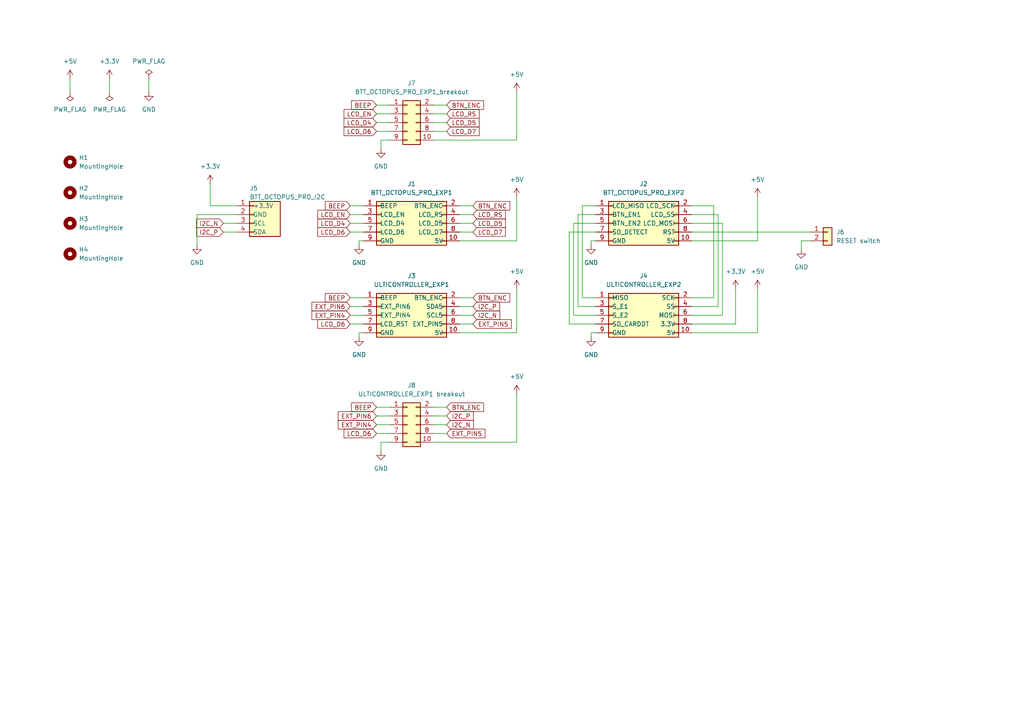
<source format=kicad_sch>
(kicad_sch (version 20211123) (generator eeschema)
  (paper "A4")
  (lib_symbols
    (symbol "Conn_02x05_Odd_Even_1" (pin_names (offset 1.016))
      (property "Reference" "J1" (at 0 11.43 0))
      (property "Value" "BTT_OCTOPUS_PRO_EXP1" (at 0 8.89 0))
      (symbol "Conn_02x05_Odd_Even_1_1_1"
        (rectangle (start -10.16 -4.953) (end -8.89 -5.207) (stroke (width 0.1524)))
        (rectangle (start -10.16 -2.413) (end -8.89 -2.667) (stroke (width 0.1524)))
        (rectangle (start -10.16 0.127) (end -8.89 -0.127) (stroke (width 0.1524)))
        (rectangle (start -10.16 2.667) (end -8.89 2.413) (stroke (width 0.1524)))
        (rectangle (start -10.16 5.207) (end -8.89 4.953) (stroke (width 0.1524)))
        (rectangle (start -10.16 6.35) (end 10.16 -6.35) (stroke (width 0.254)) (fill (type background)))
        (rectangle (start 10.16 -4.953) (end 8.89 -5.207) (stroke (width 0.1524)))
        (rectangle (start 10.16 -2.413) (end 8.89 -2.667) (stroke (width 0.1524)))
        (rectangle (start 10.16 0.127) (end 8.89 -0.127) (stroke (width 0.1524)))
        (rectangle (start 10.16 2.667) (end 8.89 2.413) (stroke (width 0.1524)))
        (rectangle (start 10.16 5.207) (end 8.89 4.953) (stroke (width 0.1524)))
        (pin bidirectional line (at -13.97 5.08 0) (length 3.81) (name "BEEP") (number "1"))
        (pin power_in line (at 13.97 -5.08 180) (length 3.81) (name "5V") (number "10"))
        (pin bidirectional line (at 13.97 5.08 180) (length 3.81) (name "BTN_ENC") (number "2"))
        (pin bidirectional line (at -13.97 2.54 0) (length 3.81) (name "LCD_EN") (number "3"))
        (pin bidirectional line (at 13.97 2.54 180) (length 3.81) (name "LCD_RS") (number "4"))
        (pin bidirectional line (at -13.97 0 0) (length 3.81) (name "LCD_D4") (number "5"))
        (pin bidirectional line (at 13.97 0 180) (length 3.81) (name "LCD_D5") (number "6"))
        (pin bidirectional line (at -13.97 -2.54 0) (length 3.81) (name "LCD_D6") (number "7"))
        (pin bidirectional line (at 13.97 -2.54 180) (length 3.81) (name "LCD_D7") (number "8"))
        (pin power_in line (at -13.97 -5.08 0) (length 3.81) (name "GND") (number "9"))
      )
    )
    (symbol "Conn_02x05_Odd_Even_2" (pin_names (offset 1.016))
      (property "Reference" "J3" (at 0 11.43 0))
      (property "Value" "ULTICONTROLLER_EXP1" (at 0 8.89 0))
      (symbol "Conn_02x05_Odd_Even_2_1_1"
        (rectangle (start -10.16 -4.953) (end -8.89 -5.207) (stroke (width 0.1524)))
        (rectangle (start -10.16 -2.413) (end -8.89 -2.667) (stroke (width 0.1524)))
        (rectangle (start -10.16 0.127) (end -8.89 -0.127) (stroke (width 0.1524)))
        (rectangle (start -10.16 2.667) (end -8.89 2.413) (stroke (width 0.1524)))
        (rectangle (start -10.16 5.207) (end -8.89 4.953) (stroke (width 0.1524)))
        (rectangle (start -10.16 6.35) (end 10.16 -6.35) (stroke (width 0.254)) (fill (type background)))
        (rectangle (start 10.16 -4.953) (end 8.89 -5.207) (stroke (width 0.1524)))
        (rectangle (start 10.16 -2.413) (end 8.89 -2.667) (stroke (width 0.1524)))
        (rectangle (start 10.16 0.127) (end 8.89 -0.127) (stroke (width 0.1524)))
        (rectangle (start 10.16 2.667) (end 8.89 2.413) (stroke (width 0.1524)))
        (rectangle (start 10.16 5.207) (end 8.89 4.953) (stroke (width 0.1524)))
        (pin bidirectional line (at -13.97 5.08 0) (length 3.81) (name "BEEP") (number "1"))
        (pin power_in line (at 13.97 -5.08 180) (length 3.81) (name "5V") (number "10"))
        (pin bidirectional line (at 13.97 5.08 180) (length 3.81) (name "BTN_ENC") (number "2"))
        (pin bidirectional line (at -13.97 2.54 0) (length 3.81) (name "EXT_PIN6") (number "3"))
        (pin bidirectional line (at 13.97 2.54 180) (length 3.81) (name "SDA5") (number "4"))
        (pin bidirectional line (at -13.97 0 0) (length 3.81) (name "EXT_PIN4") (number "5"))
        (pin bidirectional line (at 13.97 0 180) (length 3.81) (name "SCL5") (number "6"))
        (pin bidirectional line (at -13.97 -2.54 0) (length 3.81) (name "LCD_RST") (number "7"))
        (pin bidirectional line (at 13.97 -2.54 180) (length 3.81) (name "EXT_PIN5") (number "8"))
        (pin power_in line (at -13.97 -5.08 0) (length 3.81) (name "GND") (number "9"))
      )
    )
    (symbol "Conn_02x05_Odd_Even_3" (pin_names (offset 1.016))
      (property "Reference" "J4" (at 0 11.43 0))
      (property "Value" "ULTICONTROLLER_EXP2" (at 0 8.89 0))
      (symbol "Conn_02x05_Odd_Even_3_1_1"
        (rectangle (start -10.16 -4.953) (end -8.89 -5.207) (stroke (width 0.1524)))
        (rectangle (start -10.16 -2.413) (end -8.89 -2.667) (stroke (width 0.1524)))
        (rectangle (start -10.16 0.127) (end -8.89 -0.127) (stroke (width 0.1524)))
        (rectangle (start -10.16 2.667) (end -8.89 2.413) (stroke (width 0.1524)))
        (rectangle (start -10.16 5.207) (end -8.89 4.953) (stroke (width 0.1524)))
        (rectangle (start -10.16 6.35) (end 10.16 -6.35) (stroke (width 0.254)) (fill (type background)))
        (rectangle (start 10.16 -4.953) (end 8.89 -5.207) (stroke (width 0.1524)))
        (rectangle (start 10.16 -2.413) (end 8.89 -2.667) (stroke (width 0.1524)))
        (rectangle (start 10.16 0.127) (end 8.89 -0.127) (stroke (width 0.1524)))
        (rectangle (start 10.16 2.667) (end 8.89 2.413) (stroke (width 0.1524)))
        (rectangle (start 10.16 5.207) (end 8.89 4.953) (stroke (width 0.1524)))
        (pin bidirectional line (at -13.97 5.08 0) (length 3.81) (name "MISO") (number "1"))
        (pin power_in line (at 13.97 -5.08 180) (length 3.81) (name "5V") (number "10"))
        (pin bidirectional line (at 13.97 5.08 180) (length 3.81) (name "SCK") (number "2"))
        (pin bidirectional line (at -13.97 2.54 0) (length 3.81) (name "S_E1") (number "3"))
        (pin bidirectional line (at 13.97 2.54 180) (length 3.81) (name "SS") (number "4"))
        (pin bidirectional line (at -13.97 0 0) (length 3.81) (name "S_E2") (number "5"))
        (pin bidirectional line (at 13.97 0 180) (length 3.81) (name "MOSI") (number "6"))
        (pin bidirectional line (at -13.97 -2.54 0) (length 3.81) (name "SD_CARDDT") (number "7"))
        (pin power_in line (at 13.97 -2.54 180) (length 3.81) (name "3.3V") (number "8"))
        (pin power_in line (at -13.97 -5.08 0) (length 3.81) (name "GND") (number "9"))
      )
    )
    (symbol "Conn_02x05_Odd_Even_4" (pin_names (offset 1.016))
      (property "Reference" "J2" (at 0 11.43 0))
      (property "Value" "BTT_OCTOPUS_PRO_EXP2" (at 0 8.89 0))
      (symbol "Conn_02x05_Odd_Even_4_1_1"
        (rectangle (start -10.16 -4.953) (end -8.89 -5.207) (stroke (width 0.1524)))
        (rectangle (start -10.16 -2.413) (end -8.89 -2.667) (stroke (width 0.1524)))
        (rectangle (start -10.16 0.127) (end -8.89 -0.127) (stroke (width 0.1524)))
        (rectangle (start -10.16 2.667) (end -8.89 2.413) (stroke (width 0.1524)))
        (rectangle (start -10.16 5.207) (end -8.89 4.953) (stroke (width 0.1524)))
        (rectangle (start -10.16 6.35) (end 10.16 -6.35) (stroke (width 0.254)) (fill (type background)))
        (rectangle (start 10.16 -4.953) (end 8.89 -5.207) (stroke (width 0.1524)))
        (rectangle (start 10.16 -2.413) (end 8.89 -2.667) (stroke (width 0.1524)))
        (rectangle (start 10.16 0.127) (end 8.89 -0.127) (stroke (width 0.1524)))
        (rectangle (start 10.16 2.667) (end 8.89 2.413) (stroke (width 0.1524)))
        (rectangle (start 10.16 5.207) (end 8.89 4.953) (stroke (width 0.1524)))
        (pin bidirectional line (at -13.97 5.08 0) (length 3.81) (name "LCD_MISO") (number "1"))
        (pin power_in line (at 13.97 -5.08 180) (length 3.81) (name "5V") (number "10"))
        (pin bidirectional line (at 13.97 5.08 180) (length 3.81) (name "LCD_SCK") (number "2"))
        (pin bidirectional line (at -13.97 2.54 0) (length 3.81) (name "BTN_EN1") (number "3"))
        (pin bidirectional line (at 13.97 2.54 180) (length 3.81) (name "LCD_SS") (number "4"))
        (pin bidirectional line (at -13.97 0 0) (length 3.81) (name "BTN_EN2") (number "5"))
        (pin bidirectional line (at 13.97 0 180) (length 3.81) (name "LCD_MOSI") (number "6"))
        (pin bidirectional line (at -13.97 -2.54 0) (length 3.81) (name "SD_DETECT") (number "7"))
        (pin input line (at 13.97 -2.54 180) (length 3.81) (name "RST") (number "8"))
        (pin power_in line (at -13.97 -5.08 0) (length 3.81) (name "GND") (number "9"))
      )
    )
    (symbol "Connector_Generic:Conn_01x02" (pin_names (offset 1.016) hide)
      (property "Reference" "J6" (at 2.54 0.0001 0))
      (property "Value" "RESET switch" (at 2.54 -2.5399 0))
      (symbol "Conn_01x02_1_1"
        (rectangle (start -1.27 -2.413) (end 0 -2.667) (stroke (width 0.1524)))
        (rectangle (start -1.27 0.127) (end 0 -0.127) (stroke (width 0.1524)))
        (rectangle (start -1.27 1.27) (end 1.27 -3.81) (stroke (width 0.254)) (fill (type background)))
        (pin output line (at -5.08 0 0) (length 3.81) (name "Pin_1") (number "1"))
        (pin power_in line (at -5.08 -2.54 0) (length 3.81) (name "Pin_2") (number "2"))
      )
    )
    (symbol "Connector_Generic:Conn_01x04" (pin_names (offset 1.016))
      (property "Reference" "J5" (at -1.27 7.62 0))
      (property "Value" "BTT_OCTOPUS_PRO_I2C" (at -1.27 5.08 0))
      (symbol "Conn_01x04_1_1"
        (rectangle (start -1.27 -4.953) (end 0 -5.207) (stroke (width 0.1524)))
        (rectangle (start -1.27 -2.413) (end 0 -2.667) (stroke (width 0.1524)))
        (rectangle (start -1.27 0.127) (end 0 -0.127) (stroke (width 0.1524)))
        (rectangle (start -1.27 2.667) (end 0 2.413) (stroke (width 0.1524)))
        (rectangle (start -1.27 3.81) (end 7.62 -6.35) (stroke (width 0.254)) (fill (type background)))
        (pin power_in line (at -5.08 2.54 0) (length 3.81) (name "+3.3V") (number "1"))
        (pin power_in line (at -5.08 0 0) (length 3.81) (name "GND") (number "2"))
        (pin bidirectional line (at -5.08 -2.54 0) (length 3.81) (name "SCL") (number "3"))
        (pin bidirectional line (at -5.08 -5.08 0) (length 3.81) (name "SDA") (number "4"))
      )
    )
    (symbol "Connector_Generic:Conn_02x05_Odd_Even" (pin_names (offset 1.016) hide)
      (property "Reference" "J" (at 1.27 7.62 0))
      (property "Value" "Conn_02x05_Odd_Even" (at 1.27 -7.62 0))
      (symbol "Conn_02x05_Odd_Even_1_1"
        (rectangle (start -1.27 -4.953) (end 0 -5.207) (stroke (width 0.1524)))
        (rectangle (start -1.27 -2.413) (end 0 -2.667) (stroke (width 0.1524)))
        (rectangle (start -1.27 0.127) (end 0 -0.127) (stroke (width 0.1524)))
        (rectangle (start -1.27 2.667) (end 0 2.413) (stroke (width 0.1524)))
        (rectangle (start -1.27 5.207) (end 0 4.953) (stroke (width 0.1524)))
        (rectangle (start -1.27 6.35) (end 3.81 -6.35) (stroke (width 0.254)) (fill (type background)))
        (rectangle (start 3.81 -4.953) (end 2.54 -5.207) (stroke (width 0.1524)))
        (rectangle (start 3.81 -2.413) (end 2.54 -2.667) (stroke (width 0.1524)))
        (rectangle (start 3.81 0.127) (end 2.54 -0.127) (stroke (width 0.1524)))
        (rectangle (start 3.81 2.667) (end 2.54 2.413) (stroke (width 0.1524)))
        (rectangle (start 3.81 5.207) (end 2.54 4.953) (stroke (width 0.1524)))
        (pin passive line (at -5.08 5.08 0) (length 3.81) (name "Pin_1") (number "1"))
        (pin passive line (at 7.62 -5.08 180) (length 3.81) (name "Pin_10") (number "10"))
        (pin passive line (at 7.62 5.08 180) (length 3.81) (name "Pin_2") (number "2"))
        (pin passive line (at -5.08 2.54 0) (length 3.81) (name "Pin_3") (number "3"))
        (pin passive line (at 7.62 2.54 180) (length 3.81) (name "Pin_4") (number "4"))
        (pin passive line (at -5.08 0 0) (length 3.81) (name "Pin_5") (number "5"))
        (pin passive line (at 7.62 0 180) (length 3.81) (name "Pin_6") (number "6"))
        (pin passive line (at -5.08 -2.54 0) (length 3.81) (name "Pin_7") (number "7"))
        (pin passive line (at 7.62 -2.54 180) (length 3.81) (name "Pin_8") (number "8"))
        (pin passive line (at -5.08 -5.08 0) (length 3.81) (name "Pin_9") (number "9"))
      )
    )
    (symbol "Mechanical:MountingHole" (pin_names (offset 1.016))
      (property "Reference" "H" (at 0 5.08 0))
      (property "Value" "MountingHole" (at 0 3.175 0))
      (symbol "MountingHole_0_1"
        (circle (center 0 0) (radius 1.27) (stroke (width 1.27)))
      )
    )
    (symbol "power:+3.3V" (power) (pin_names (offset 0))
      (property "Value" "+3.3V" (at 0 3.556 0))
      (symbol "+3.3V_0_1"
        (polyline (pts (xy -0.762 1.27) (xy 0 2.54)))
        (polyline (pts (xy 0 0) (xy 0 2.54)))
        (polyline (pts (xy 0 2.54) (xy 0.762 1.27)))
      )
      (symbol "+3.3V_1_1"
        (pin power_in line (at 0 0 90) (length 0) hide (name "+3.3V") (number "1"))
      )
    )
    (symbol "power:+5V" (power) (pin_names (offset 0))
      (property "Value" "+5V" (at 0 3.556 0))
      (symbol "+5V_0_1"
        (polyline (pts (xy -0.762 1.27) (xy 0 2.54)))
        (polyline (pts (xy 0 0) (xy 0 2.54)))
        (polyline (pts (xy 0 2.54) (xy 0.762 1.27)))
      )
      (symbol "+5V_1_1"
        (pin power_in line (at 0 0 90) (length 0) hide (name "+5V") (number "1"))
      )
    )
    (symbol "power:GND" (power) (pin_names (offset 0))
      (property "Value" "GND" (at 0 -3.81 0))
      (symbol "GND_0_1"
        (polyline (pts (xy 0 0) (xy 0 -1.27) (xy 1.27 -1.27) (xy 0 -2.54) (xy -1.27 -1.27) (xy 0 -1.27)))
      )
      (symbol "GND_1_1"
        (pin power_in line (at 0 0 270) (length 0) hide (name "GND") (number "1"))
      )
    )
    (symbol "power:PWR_FLAG" (power) (pin_numbers hide) (pin_names (offset 0) hide)
      (property "Value" "PWR_FLAG" (at 0 3.81 0))
      (symbol "PWR_FLAG_0_0"
        (pin power_out line (at 0 0 90) (length 0) (name "pwr") (number "1"))
      )
      (symbol "PWR_FLAG_0_1"
        (polyline (pts (xy 0 0) (xy 0 1.27) (xy -1.016 1.905) (xy 0 2.54) (xy 1.016 1.905) (xy 0 1.27)))
      )
    )
  )
  (wire (pts (xy 101.6 93.98) (xy 105.41 93.98)))
  (wire (pts (xy 208.28 62.23) (xy 208.28 88.9)))
  (wire (pts (xy 113.03 128.27) (xy 110.49 128.27)))
  (wire (pts (xy 104.14 69.85) (xy 104.14 71.12)))
  (wire (pts (xy 125.73 128.27) (xy 149.86 128.27)))
  (wire (pts (xy 109.22 33.02) (xy 113.03 33.02)))
  (wire (pts (xy 219.71 69.85) (xy 219.71 57.15)))
  (wire (pts (xy 109.22 38.1) (xy 113.03 38.1)))
  (wire (pts (xy 60.96 59.69) (xy 60.96 53.34)))
  (wire (pts (xy 43.18 22.86) (xy 43.18 26.67)))
  (wire (pts (xy 109.22 30.48) (xy 113.03 30.48)))
  (wire (pts (xy 64.77 67.31) (xy 68.58 67.31)))
  (wire (pts (xy 133.35 96.52) (xy 149.86 96.52)))
  (wire (pts (xy 232.41 69.85) (xy 232.41 72.39)))
  (wire (pts (xy 64.77 64.77) (xy 68.58 64.77)))
  (wire (pts (xy 125.73 123.19) (xy 129.54 123.19)))
  (wire (pts (xy 167.64 62.23) (xy 167.64 88.9)))
  (wire (pts (xy 105.41 96.52) (xy 104.14 96.52)))
  (wire (pts (xy 172.72 67.31) (xy 165.1 67.31)))
  (wire (pts (xy 149.86 57.15) (xy 149.86 69.85)))
  (wire (pts (xy 171.45 69.85) (xy 171.45 71.12)))
  (wire (pts (xy 172.72 62.23) (xy 167.64 62.23)))
  (wire (pts (xy 149.86 40.64) (xy 149.86 26.67)))
  (wire (pts (xy 209.55 64.77) (xy 209.55 91.44)))
  (wire (pts (xy 133.35 91.44) (xy 137.16 91.44)))
  (wire (pts (xy 133.35 67.31) (xy 137.16 67.31)))
  (wire (pts (xy 101.6 88.9) (xy 105.41 88.9)))
  (wire (pts (xy 101.6 64.77) (xy 105.41 64.77)))
  (wire (pts (xy 109.22 120.65) (xy 113.03 120.65)))
  (wire (pts (xy 101.6 59.69) (xy 105.41 59.69)))
  (wire (pts (xy 172.72 64.77) (xy 166.37 64.77)))
  (wire (pts (xy 133.35 62.23) (xy 137.16 62.23)))
  (wire (pts (xy 105.41 69.85) (xy 104.14 69.85)))
  (wire (pts (xy 165.1 67.31) (xy 165.1 93.98)))
  (wire (pts (xy 101.6 86.36) (xy 105.41 86.36)))
  (wire (pts (xy 133.35 88.9) (xy 137.16 88.9)))
  (wire (pts (xy 133.35 59.69) (xy 137.16 59.69)))
  (wire (pts (xy 166.37 91.44) (xy 172.72 91.44)))
  (wire (pts (xy 110.49 40.64) (xy 110.49 43.18)))
  (wire (pts (xy 125.73 40.64) (xy 149.86 40.64)))
  (wire (pts (xy 200.66 69.85) (xy 219.71 69.85)))
  (wire (pts (xy 172.72 59.69) (xy 168.91 59.69)))
  (wire (pts (xy 207.01 86.36) (xy 200.66 86.36)))
  (wire (pts (xy 113.03 40.64) (xy 110.49 40.64)))
  (wire (pts (xy 213.36 83.82) (xy 213.36 93.98)))
  (wire (pts (xy 200.66 64.77) (xy 209.55 64.77)))
  (wire (pts (xy 165.1 93.98) (xy 172.72 93.98)))
  (wire (pts (xy 68.58 62.23) (xy 57.15 62.23)))
  (wire (pts (xy 172.72 69.85) (xy 171.45 69.85)))
  (wire (pts (xy 133.35 93.98) (xy 137.16 93.98)))
  (wire (pts (xy 149.86 128.27) (xy 149.86 114.3)))
  (wire (pts (xy 110.49 128.27) (xy 110.49 130.81)))
  (wire (pts (xy 101.6 91.44) (xy 105.41 91.44)))
  (wire (pts (xy 68.58 59.69) (xy 60.96 59.69)))
  (wire (pts (xy 133.35 69.85) (xy 149.86 69.85)))
  (wire (pts (xy 31.75 22.86) (xy 31.75 26.67)))
  (wire (pts (xy 125.73 33.02) (xy 129.54 33.02)))
  (wire (pts (xy 171.45 96.52) (xy 171.45 97.79)))
  (wire (pts (xy 133.35 86.36) (xy 137.16 86.36)))
  (wire (pts (xy 219.71 96.52) (xy 219.71 83.82)))
  (wire (pts (xy 109.22 35.56) (xy 113.03 35.56)))
  (wire (pts (xy 109.22 118.11) (xy 113.03 118.11)))
  (wire (pts (xy 109.22 123.19) (xy 113.03 123.19)))
  (wire (pts (xy 208.28 88.9) (xy 200.66 88.9)))
  (wire (pts (xy 125.73 38.1) (xy 129.54 38.1)))
  (wire (pts (xy 125.73 120.65) (xy 129.54 120.65)))
  (wire (pts (xy 209.55 91.44) (xy 200.66 91.44)))
  (wire (pts (xy 125.73 30.48) (xy 129.54 30.48)))
  (wire (pts (xy 109.22 125.73) (xy 113.03 125.73)))
  (wire (pts (xy 166.37 64.77) (xy 166.37 91.44)))
  (wire (pts (xy 20.32 22.86) (xy 20.32 26.67)))
  (wire (pts (xy 200.66 96.52) (xy 219.71 96.52)))
  (wire (pts (xy 172.72 96.52) (xy 171.45 96.52)))
  (wire (pts (xy 207.01 59.69) (xy 207.01 86.36)))
  (wire (pts (xy 104.14 96.52) (xy 104.14 97.79)))
  (wire (pts (xy 57.15 62.23) (xy 57.15 71.12)))
  (wire (pts (xy 234.95 69.85) (xy 232.41 69.85)))
  (wire (pts (xy 168.91 59.69) (xy 168.91 86.36)))
  (wire (pts (xy 167.64 88.9) (xy 172.72 88.9)))
  (wire (pts (xy 101.6 67.31) (xy 105.41 67.31)))
  (wire (pts (xy 125.73 118.11) (xy 129.54 118.11)))
  (wire (pts (xy 213.36 93.98) (xy 200.66 93.98)))
  (wire (pts (xy 200.66 67.31) (xy 234.95 67.31)))
  (wire (pts (xy 133.35 64.77) (xy 137.16 64.77)))
  (wire (pts (xy 200.66 62.23) (xy 208.28 62.23)))
  (wire (pts (xy 125.73 125.73) (xy 129.54 125.73)))
  (wire (pts (xy 149.86 83.82) (xy 149.86 96.52)))
  (wire (pts (xy 101.6 62.23) (xy 105.41 62.23)))
  (wire (pts (xy 125.73 35.56) (xy 129.54 35.56)))
  (wire (pts (xy 168.91 86.36) (xy 172.72 86.36)))
  (wire (pts (xy 200.66 59.69) (xy 207.01 59.69)))
  (global_label "I2C_N" (shape input) (at 129.54 123.19 0) (property "Intersheet References" "${INTERSHEET_REFS}" (effects hide)))
  (global_label "EXT_PIN6" (shape input) (at 101.6 88.9 180) (property "Intersheet References" "${INTERSHEET_REFS}" (effects hide)))
  (global_label "LCD_D6" (shape input) (at 109.22 38.1 180) (property "Intersheet References" "${INTERSHEET_REFS}" (effects hide)))
  (global_label "LCD_EN" (shape input) (at 101.6 62.23 180) (property "Intersheet References" "${INTERSHEET_REFS}" (effects hide)))
  (global_label "BTN_ENC" (shape input) (at 137.16 59.69 0) (property "Intersheet References" "${INTERSHEET_REFS}" (effects hide)))
  (global_label "BTN_ENC" (shape input) (at 137.16 86.36 0) (property "Intersheet References" "${INTERSHEET_REFS}" (effects hide)))
  (global_label "BTN_ENC" (shape input) (at 129.54 118.11 0) (property "Intersheet References" "${INTERSHEET_REFS}" (effects hide)))
  (global_label "I2C_N" (shape input) (at 137.16 91.44 0) (property "Intersheet References" "${INTERSHEET_REFS}" (effects hide)))
  (global_label "LCD_D4" (shape input) (at 109.22 35.56 180) (property "Intersheet References" "${INTERSHEET_REFS}" (effects hide)))
  (global_label "LCD_D4" (shape input) (at 101.6 64.77 180) (property "Intersheet References" "${INTERSHEET_REFS}" (effects hide)))
  (global_label "LCD_D6" (shape input) (at 109.22 125.73 180) (property "Intersheet References" "${INTERSHEET_REFS}" (effects hide)))
  (global_label "LCD_RS" (shape input) (at 137.16 62.23 0) (property "Intersheet References" "${INTERSHEET_REFS}" (effects hide)))
  (global_label "BEEP" (shape input) (at 109.22 118.11 180) (property "Intersheet References" "${INTERSHEET_REFS}" (effects hide)))
  (global_label "I2C_P" (shape input) (at 64.77 67.31 180) (property "Intersheet References" "${INTERSHEET_REFS}" (effects hide)))
  (global_label "I2C_N" (shape input) (at 64.77 64.77 180) (property "Intersheet References" "${INTERSHEET_REFS}" (effects hide)))
  (global_label "LCD_EN" (shape input) (at 109.22 33.02 180) (property "Intersheet References" "${INTERSHEET_REFS}" (effects hide)))
  (global_label "EXT_PIN4" (shape input) (at 109.22 123.19 180) (property "Intersheet References" "${INTERSHEET_REFS}" (effects hide)))
  (global_label "EXT_PIN6" (shape input) (at 109.22 120.65 180) (property "Intersheet References" "${INTERSHEET_REFS}" (effects hide)))
  (global_label "EXT_PIN5" (shape input) (at 129.54 125.73 0) (property "Intersheet References" "${INTERSHEET_REFS}" (effects hide)))
  (global_label "LCD_D7" (shape input) (at 129.54 38.1 0) (property "Intersheet References" "${INTERSHEET_REFS}" (effects hide)))
  (global_label "LCD_D5" (shape input) (at 129.54 35.56 0) (property "Intersheet References" "${INTERSHEET_REFS}" (effects hide)))
  (global_label "I2C_P" (shape input) (at 129.54 120.65 0) (property "Intersheet References" "${INTERSHEET_REFS}" (effects hide)))
  (global_label "LCD_D6" (shape input) (at 101.6 67.31 180) (property "Intersheet References" "${INTERSHEET_REFS}" (effects hide)))
  (global_label "LCD_RS" (shape input) (at 129.54 33.02 0) (property "Intersheet References" "${INTERSHEET_REFS}" (effects hide)))
  (global_label "BEEP" (shape input) (at 109.22 30.48 180) (property "Intersheet References" "${INTERSHEET_REFS}" (effects hide)))
  (global_label "BEEP" (shape input) (at 101.6 86.36 180) (property "Intersheet References" "${INTERSHEET_REFS}" (effects hide)))
  (global_label "LCD_D5" (shape input) (at 137.16 64.77 0) (property "Intersheet References" "${INTERSHEET_REFS}" (effects hide)))
  (global_label "EXT_PIN5" (shape input) (at 137.16 93.98 0) (property "Intersheet References" "${INTERSHEET_REFS}" (effects hide)))
  (global_label "BTN_ENC" (shape input) (at 129.54 30.48 0) (property "Intersheet References" "${INTERSHEET_REFS}" (effects hide)))
  (global_label "LCD_D7" (shape input) (at 137.16 67.31 0) (property "Intersheet References" "${INTERSHEET_REFS}" (effects hide)))
  (global_label "BEEP" (shape input) (at 101.6 59.69 180) (property "Intersheet References" "${INTERSHEET_REFS}" (effects hide)))
  (global_label "LCD_D6" (shape input) (at 101.6 93.98 180) (property "Intersheet References" "${INTERSHEET_REFS}" (effects hide)))
  (global_label "I2C_P" (shape input) (at 137.16 88.9 0) (property "Intersheet References" "${INTERSHEET_REFS}" (effects hide)))
  (global_label "EXT_PIN4" (shape input) (at 101.6 91.44 180) (property "Intersheet References" "${INTERSHEET_REFS}" (effects hide)))
  (symbol (lib_id "power:PWR_FLAG") (at 31.75 26.67 180) (unit 1)
    (property "Reference" "#FLG0102" (effects hide))
    (property "Value" "PWR_FLAG" (at 31.75 31.75 0))
  )
  (symbol (lib_id "power:+3.3V") (at 60.96 53.34 0) (unit 1)
    (property "Reference" "#PWR01" (effects hide))
    (property "Value" "+3.3V" (at 60.96 48.26 0))
  )
  (symbol (lib_id "power:+5V") (at 219.71 57.15 0) (unit 1)
    (property "Reference" "#PWR09" (effects hide))
    (property "Value" "+5V" (at 219.71 52.07 0))
  )
  (symbol (lib_id "power:GND") (at 171.45 97.79 0) (unit 1)
    (property "Reference" "#PWR07" (effects hide))
    (property "Value" "GND" (at 171.45 102.87 0))
  )
  (symbol (lib_id "Mechanical:MountingHole") (at 20.32 64.77 0) (unit 1)
    (property "Reference" "H3" (at 22.86 63.4999 0) (effects (justify left)))
    (property "Value" "MountingHole" (at 22.86 66.0399 0) (effects (justify left)))
    (property "Footprint" "MountingHole:MountingHole_3.2mm_M3" (effects hide))
  )
  (symbol (lib_id "Mechanical:MountingHole") (at 20.32 46.99 0) (unit 1)
    (property "Reference" "H1" (at 22.86 45.7199 0) (effects (justify left)))
    (property "Value" "MountingHole" (at 22.86 48.2599 0) (effects (justify left)))
    (property "Footprint" "MountingHole:MountingHole_3.2mm_M3" (effects hide))
  )
  (symbol (lib_id "power:GND") (at 104.14 71.12 0) (unit 1)
    (property "Reference" "#PWR02" (effects hide))
    (property "Value" "GND" (at 104.14 76.2 0))
  )
  (symbol (lib_id "Connector_Generic:Conn_01x04") (at 73.66 62.23 0) (unit 1)
    (property "Reference" "J5" (at 72.39 54.61 0) (effects (justify left)))
    (property "Value" "BTT_OCTOPUS_PRO_I2C" (at 72.39 57.15 0) (effects (justify left)))
    (property "Footprint" "Connector_JST:JST_XH_B4B-XH-A_1x04_P2.50mm_Vertical" (effects hide))
  )
  (symbol (lib_id "power:+5V") (at 149.86 57.15 0) (unit 1)
    (property "Reference" "#PWR04" (effects hide))
    (property "Value" "+5V" (at 149.86 52.07 0))
  )
  (symbol (lib_id "power:GND") (at 232.41 72.39 0) (unit 1)
    (property "Reference" "#PWR0105" (effects hide))
    (property "Value" "GND" (at 232.41 77.47 0))
  )
  (symbol (lib_id "power:PWR_FLAG") (at 43.18 22.86 0) (unit 1)
    (property "Reference" "#FLG0101" (effects hide))
    (property "Value" "PWR_FLAG" (at 43.18 17.78 0))
  )
  (symbol (lib_id "power:GND") (at 171.45 71.12 0) (unit 1)
    (property "Reference" "#PWR06" (effects hide))
    (property "Value" "GND" (at 171.45 76.2 0))
  )
  (symbol (lib_id "power:GND") (at 110.49 130.81 0) (unit 1)
    (property "Reference" "#PWR0107" (effects hide))
    (property "Value" "GND" (at 110.49 135.89 0))
  )
  (symbol (lib_name "Conn_02x05_Odd_Even_4") (lib_id "Connector_Generic:Conn_02x05_Odd_Even") (at 186.69 64.77 0) (unit 1)
    (property "Reference" "J2" (at 186.69 53.34 0))
    (property "Value" "BTT_OCTOPUS_PRO_EXP2" (at 186.69 55.88 0))
    (property "Footprint" "Connector_IDC:IDC-Header_2x05_P2.54mm_Horizontal" (effects hide))
  )
  (symbol (lib_id "power:GND") (at 43.18 26.67 0) (unit 1)
    (property "Reference" "#PWR0102" (effects hide))
    (property "Value" "GND" (at 43.18 31.75 0))
  )
  (symbol (lib_id "power:GND") (at 104.14 97.79 0) (unit 1)
    (property "Reference" "#PWR03" (effects hide))
    (property "Value" "GND" (at 104.14 102.87 0))
  )
  (symbol (lib_id "Connector_Generic:Conn_02x05_Odd_Even") (at 118.11 123.19 0) (unit 1)
    (property "Reference" "J8" (at 119.38 111.76 0))
    (property "Value" "ULTICONTROLLER_EXP1 breakout" (at 119.38 114.3 0))
    (property "Footprint" "Connector_IDC:IDC-Header_2x05_P2.54mm_Vertical" (effects hide))
  )
  (symbol (lib_name "Conn_02x05_Odd_Even_3") (lib_id "Connector_Generic:Conn_02x05_Odd_Even") (at 186.69 91.44 0) (unit 1)
    (property "Reference" "J4" (at 186.69 80.01 0))
    (property "Value" "ULTICONTROLLER_EXP2" (at 186.69 82.55 0))
    (property "Footprint" "Connector_IDC:IDC-Header_2x05_P2.54mm_Horizontal" (effects hide))
  )
  (symbol (lib_id "power:+5V") (at 149.86 26.67 0) (unit 1)
    (property "Reference" "#PWR0108" (effects hide))
    (property "Value" "+5V" (at 149.86 21.59 0))
  )
  (symbol (lib_id "Connector_Generic:Conn_01x02") (at 240.03 67.31 0) (unit 1)
    (property "Reference" "J6" (at 242.57 67.3099 0) (effects (justify left)))
    (property "Value" "RESET switch" (at 242.57 69.8499 0) (effects (justify left)))
    (property "Footprint" "Connector_JST:JST_XH_B2B-XH-A_1x02_P2.50mm_Vertical" (effects hide))
  )
  (symbol (lib_id "power:+5V") (at 149.86 83.82 0) (unit 1)
    (property "Reference" "#PWR05" (effects hide))
    (property "Value" "+5V" (at 149.86 78.74 0))
  )
  (symbol (lib_id "power:GND") (at 110.49 43.18 0) (unit 1)
    (property "Reference" "#PWR0109" (effects hide))
    (property "Value" "GND" (at 110.49 48.26 0))
  )
  (symbol (lib_id "power:+5V") (at 20.32 22.86 0) (unit 1)
    (property "Reference" "#PWR0104" (effects hide))
    (property "Value" "+5V" (at 20.32 17.78 0))
  )
  (symbol (lib_name "Conn_02x05_Odd_Even_1") (lib_id "Connector_Generic:Conn_02x05_Odd_Even") (at 119.38 64.77 0) (unit 1)
    (property "Reference" "J1" (at 119.38 53.34 0))
    (property "Value" "BTT_OCTOPUS_PRO_EXP1" (at 119.38 55.88 0))
    (property "Footprint" "Connector_IDC:IDC-Header_2x05_P2.54mm_Horizontal" (effects hide))
  )
  (symbol (lib_id "power:+3.3V") (at 213.36 83.82 0) (unit 1)
    (property "Reference" "#PWR08" (effects hide))
    (property "Value" "+3.3V" (at 213.36 78.74 0))
  )
  (symbol (lib_id "Mechanical:MountingHole") (at 20.32 55.88 0) (unit 1)
    (property "Reference" "H2" (at 22.86 54.6099 0) (effects (justify left)))
    (property "Value" "MountingHole" (at 22.86 57.1499 0) (effects (justify left)))
    (property "Footprint" "MountingHole:MountingHole_3.2mm_M3" (effects hide))
  )
  (symbol (lib_id "Connector_Generic:Conn_02x05_Odd_Even") (at 118.11 35.56 0) (unit 1)
    (property "Reference" "J7" (at 119.38 24.13 0))
    (property "Value" "BTT_OCTOPUS_PRO_EXP1_breakout" (at 119.38 26.67 0))
    (property "Footprint" "Connector_IDC:IDC-Header_2x05_P2.54mm_Vertical" (effects hide))
  )
  (symbol (lib_id "power:+5V") (at 219.71 83.82 0) (unit 1)
    (property "Reference" "#PWR010" (effects hide))
    (property "Value" "+5V" (at 219.71 78.74 0))
  )
  (symbol (lib_id "power:+3.3V") (at 31.75 22.86 0) (unit 1)
    (property "Reference" "#PWR0103" (effects hide))
    (property "Value" "+3.3V" (at 31.75 17.78 0))
  )
  (symbol (lib_name "Conn_02x05_Odd_Even_2") (lib_id "Connector_Generic:Conn_02x05_Odd_Even") (at 119.38 91.44 0) (unit 1)
    (property "Reference" "J3" (at 119.38 80.01 0))
    (property "Value" "ULTICONTROLLER_EXP1" (at 119.38 82.55 0))
    (property "Footprint" "Connector_IDC:IDC-Header_2x05_P2.54mm_Horizontal" (effects hide))
  )
  (symbol (lib_id "power:GND") (at 57.15 71.12 0) (unit 1)
    (property "Reference" "#PWR0101" (effects hide))
    (property "Value" "GND" (at 57.15 76.2 0))
  )
  (symbol (lib_id "power:PWR_FLAG") (at 20.32 26.67 180) (unit 1)
    (property "Reference" "#FLG0103" (effects hide))
    (property "Value" "PWR_FLAG" (at 20.32 31.75 0))
  )
  (symbol (lib_id "Mechanical:MountingHole") (at 20.32 73.66 0) (unit 1)
    (property "Reference" "H4" (at 22.86 72.3899 0) (effects (justify left)))
    (property "Value" "MountingHole" (at 22.86 74.9299 0) (effects (justify left)))
    (property "Footprint" "MountingHole:MountingHole_3.2mm_M3" (effects hide))
  )
  (symbol (lib_id "power:+5V") (at 149.86 114.3 0) (unit 1)
    (property "Reference" "#PWR0106" (effects hide))
    (property "Value" "+5V" (at 149.86 109.22 0))
  )
)
</source>
